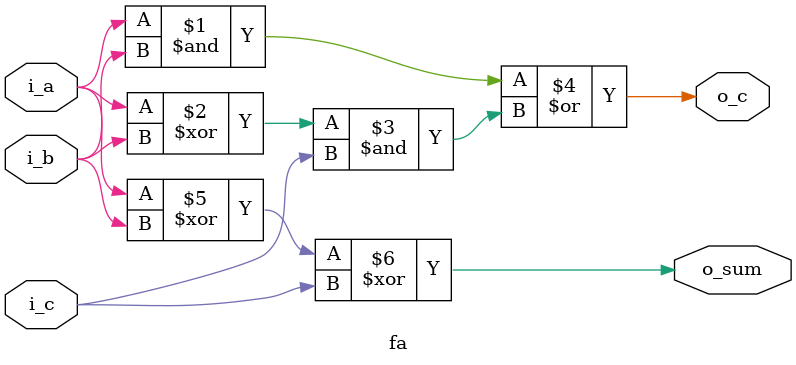
<source format=v>
module top_module( 
    input [2:0] a, b,
    input cin,
    output [2:0] cout,
    output [2:0] sum );

fa u_fa0(a[0],b[0],cin,cout[0],sum[0]);
fa u_fa1(a[1],b[1],cout[0],cout[1],sum[1]);
fa u_fa2(a[2],b[2],cout[1],cout[2],sum[2]);


endmodule

module fa(
input i_a,i_b,i_c,
output o_c,o_sum
);
assign o_c = (i_a & i_b) | ((i_a ^ i_b ) & i_c);
assign o_sum = i_a ^ i_b ^ i_c;
endmodule
</source>
